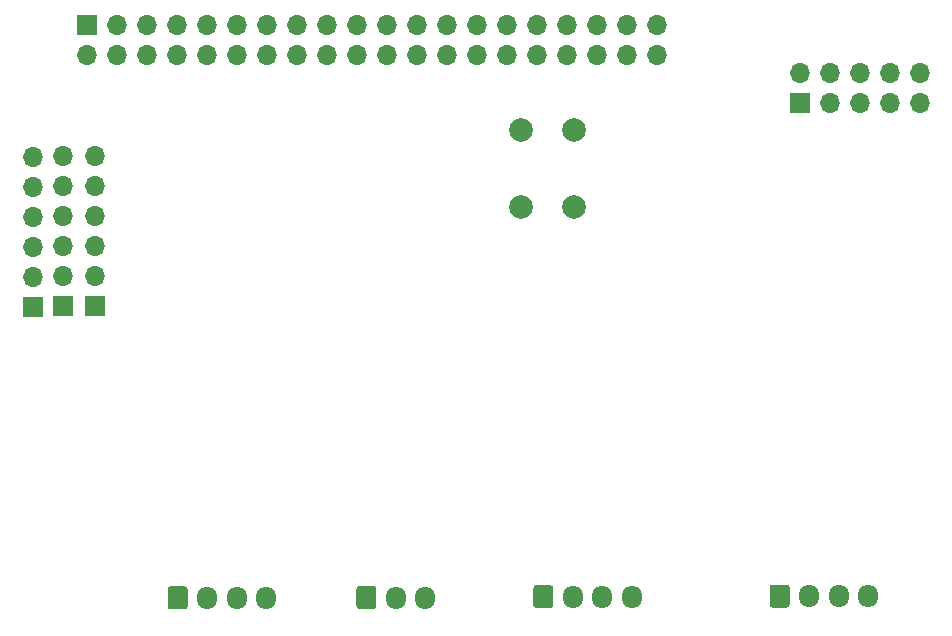
<source format=gbr>
%TF.GenerationSoftware,KiCad,Pcbnew,(5.1.9)-1*%
%TF.CreationDate,2021-03-13T11:21:55-03:00*%
%TF.ProjectId,carcaraFC,63617263-6172-4614-9643-2e6b69636164,rev?*%
%TF.SameCoordinates,Original*%
%TF.FileFunction,Soldermask,Bot*%
%TF.FilePolarity,Negative*%
%FSLAX46Y46*%
G04 Gerber Fmt 4.6, Leading zero omitted, Abs format (unit mm)*
G04 Created by KiCad (PCBNEW (5.1.9)-1) date 2021-03-13 11:21:55*
%MOMM*%
%LPD*%
G01*
G04 APERTURE LIST*
%ADD10O,1.700000X1.950000*%
%ADD11O,1.700000X1.700000*%
%ADD12R,1.700000X1.700000*%
%ADD13C,2.000000*%
G04 APERTURE END LIST*
D10*
%TO.C,J10*%
X58970000Y-105930000D03*
X56470000Y-105930000D03*
G36*
G01*
X53120000Y-106655000D02*
X53120000Y-105205000D01*
G75*
G02*
X53370000Y-104955000I250000J0D01*
G01*
X54570000Y-104955000D01*
G75*
G02*
X54820000Y-105205000I0J-250000D01*
G01*
X54820000Y-106655000D01*
G75*
G02*
X54570000Y-106905000I-250000J0D01*
G01*
X53370000Y-106905000D01*
G75*
G02*
X53120000Y-106655000I0J250000D01*
G01*
G37*
%TD*%
%TO.C,J1*%
G36*
G01*
X37130000Y-106675000D02*
X37130000Y-105225000D01*
G75*
G02*
X37380000Y-104975000I250000J0D01*
G01*
X38580000Y-104975000D01*
G75*
G02*
X38830000Y-105225000I0J-250000D01*
G01*
X38830000Y-106675000D01*
G75*
G02*
X38580000Y-106925000I-250000J0D01*
G01*
X37380000Y-106925000D01*
G75*
G02*
X37130000Y-106675000I0J250000D01*
G01*
G37*
X40480000Y-105950000D03*
X42980000Y-105950000D03*
X45480000Y-105950000D03*
%TD*%
D11*
%TO.C,J2*%
X25715000Y-68605000D03*
X25715000Y-71145000D03*
X25715000Y-73685000D03*
X25715000Y-76225000D03*
X25715000Y-78765000D03*
D12*
X25715000Y-81305000D03*
%TD*%
%TO.C,J3*%
X90640000Y-64070000D03*
D11*
X90640000Y-61530000D03*
X93180000Y-64070000D03*
X93180000Y-61530000D03*
X95720000Y-64070000D03*
X95720000Y-61530000D03*
X98260000Y-64070000D03*
X98260000Y-61530000D03*
X100800000Y-64070000D03*
X100800000Y-61530000D03*
%TD*%
D12*
%TO.C,J4*%
X30980000Y-81270000D03*
D11*
X30980000Y-78730000D03*
X30980000Y-76190000D03*
X30980000Y-73650000D03*
X30980000Y-71110000D03*
X30980000Y-68570000D03*
%TD*%
D12*
%TO.C,J6*%
X28280000Y-81280000D03*
D11*
X28280000Y-78740000D03*
X28280000Y-76200000D03*
X28280000Y-73660000D03*
X28280000Y-71120000D03*
X28280000Y-68580000D03*
%TD*%
D12*
%TO.C,J7*%
X30320000Y-57490000D03*
D11*
X30320000Y-60030000D03*
X32860000Y-57490000D03*
X32860000Y-60030000D03*
X35400000Y-57490000D03*
X35400000Y-60030000D03*
X37940000Y-57490000D03*
X37940000Y-60030000D03*
X40480000Y-57490000D03*
X40480000Y-60030000D03*
X43020000Y-57490000D03*
X43020000Y-60030000D03*
X45560000Y-57490000D03*
X45560000Y-60030000D03*
X48100000Y-57490000D03*
X48100000Y-60030000D03*
X50640000Y-57490000D03*
X50640000Y-60030000D03*
X53180000Y-57490000D03*
X53180000Y-60030000D03*
X55720000Y-57490000D03*
X55720000Y-60030000D03*
X58260000Y-57490000D03*
X58260000Y-60030000D03*
X60800000Y-57490000D03*
X60800000Y-60030000D03*
X63340000Y-57490000D03*
X63340000Y-60030000D03*
X65880000Y-57490000D03*
X65880000Y-60030000D03*
X68420000Y-57490000D03*
X68420000Y-60030000D03*
X70960000Y-57490000D03*
X70960000Y-60030000D03*
X73500000Y-57490000D03*
X73500000Y-60030000D03*
X76040000Y-57490000D03*
X76040000Y-60030000D03*
X78580000Y-57490000D03*
X78580000Y-60030000D03*
%TD*%
D10*
%TO.C,J20*%
X76450000Y-105850000D03*
X73950000Y-105850000D03*
X71450000Y-105850000D03*
G36*
G01*
X68100000Y-106575000D02*
X68100000Y-105125000D01*
G75*
G02*
X68350000Y-104875000I250000J0D01*
G01*
X69550000Y-104875000D01*
G75*
G02*
X69800000Y-105125000I0J-250000D01*
G01*
X69800000Y-106575000D01*
G75*
G02*
X69550000Y-106825000I-250000J0D01*
G01*
X68350000Y-106825000D01*
G75*
G02*
X68100000Y-106575000I0J250000D01*
G01*
G37*
%TD*%
%TO.C,J5*%
G36*
G01*
X88100000Y-106535000D02*
X88100000Y-105085000D01*
G75*
G02*
X88350000Y-104835000I250000J0D01*
G01*
X89550000Y-104835000D01*
G75*
G02*
X89800000Y-105085000I0J-250000D01*
G01*
X89800000Y-106535000D01*
G75*
G02*
X89550000Y-106785000I-250000J0D01*
G01*
X88350000Y-106785000D01*
G75*
G02*
X88100000Y-106535000I0J250000D01*
G01*
G37*
X91450000Y-105810000D03*
X93950000Y-105810000D03*
X96450000Y-105810000D03*
%TD*%
D13*
%TO.C,SW1*%
X71570000Y-72870000D03*
X67070000Y-72870000D03*
X71570000Y-66370000D03*
X67070000Y-66370000D03*
%TD*%
M02*

</source>
